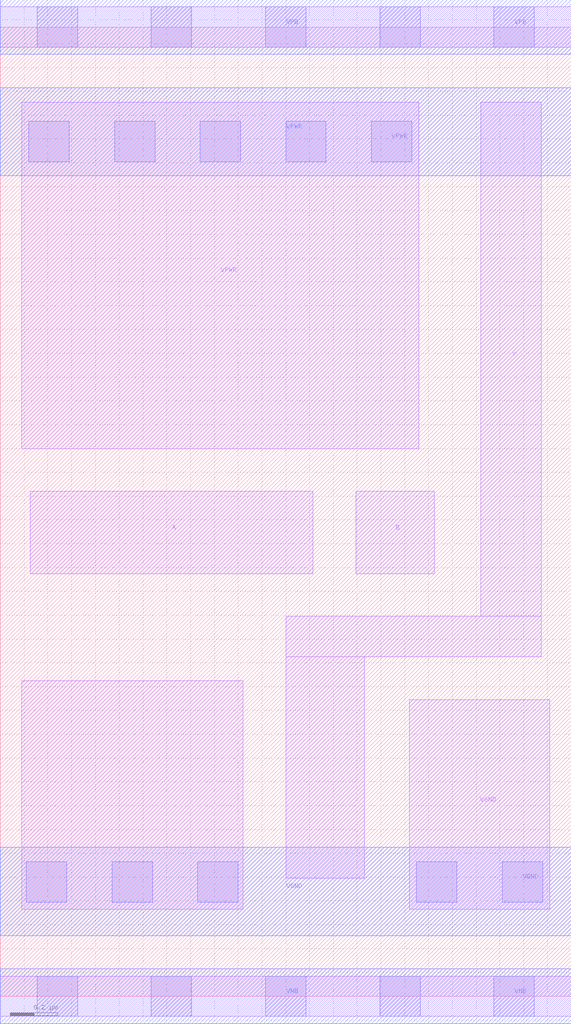
<source format=lef>
# Copyright 2020 The SkyWater PDK Authors
#
# Licensed under the Apache License, Version 2.0 (the "License");
# you may not use this file except in compliance with the License.
# You may obtain a copy of the License at
#
#     https://www.apache.org/licenses/LICENSE-2.0
#
# Unless required by applicable law or agreed to in writing, software
# distributed under the License is distributed on an "AS IS" BASIS,
# WITHOUT WARRANTIES OR CONDITIONS OF ANY KIND, either express or implied.
# See the License for the specific language governing permissions and
# limitations under the License.
#
# SPDX-License-Identifier: Apache-2.0

VERSION 5.7 ;
  NAMESCASESENSITIVE ON ;
  NOWIREEXTENSIONATPIN ON ;
  DIVIDERCHAR "/" ;
  BUSBITCHARS "[]" ;
UNITS
  DATABASE MICRONS 200 ;
END UNITS
MACRO sky130_fd_sc_hvl__nor2_1
  CLASS CORE ;
  SOURCE USER ;
  FOREIGN sky130_fd_sc_hvl__nor2_1 ;
  ORIGIN  0.000000  0.000000 ;
  SIZE  2.400000 BY  4.070000 ;
  SYMMETRY X Y ;
  SITE unithv ;
  PIN A
    ANTENNAGATEAREA  1.125000 ;
    DIRECTION INPUT ;
    USE SIGNAL ;
    PORT
      LAYER li1 ;
        RECT 0.125000 1.775000 1.315000 2.120000 ;
    END
  END A
  PIN B
    ANTENNAGATEAREA  1.125000 ;
    DIRECTION INPUT ;
    USE SIGNAL ;
    PORT
      LAYER li1 ;
        RECT 1.495000 1.775000 1.825000 2.120000 ;
    END
  END B
  PIN Y
    ANTENNADIFFAREA  0.637500 ;
    DIRECTION OUTPUT ;
    USE SIGNAL ;
    PORT
      LAYER li1 ;
        RECT 1.200000 0.495000 1.530000 1.425000 ;
        RECT 1.200000 1.425000 2.275000 1.595000 ;
        RECT 2.020000 1.595000 2.275000 3.755000 ;
    END
  END Y
  PIN VGND
    DIRECTION INOUT ;
    USE GROUND ;
    PORT
      LAYER li1 ;
        RECT 0.090000 0.365000 1.020000 1.325000 ;
        RECT 1.720000 0.365000 2.310000 1.245000 ;
      LAYER mcon ;
        RECT 0.110000 0.395000 0.280000 0.565000 ;
        RECT 0.470000 0.395000 0.640000 0.565000 ;
        RECT 0.830000 0.395000 1.000000 0.565000 ;
        RECT 1.750000 0.395000 1.920000 0.565000 ;
        RECT 2.110000 0.395000 2.280000 0.565000 ;
      LAYER met1 ;
        RECT 0.000000 0.255000 2.400000 0.625000 ;
    END
  END VGND
  PIN VNB
    DIRECTION INOUT ;
    USE GROUND ;
    PORT
      LAYER li1 ;
        RECT 0.000000 -0.085000 2.400000 0.085000 ;
      LAYER mcon ;
        RECT 0.155000 -0.085000 0.325000 0.085000 ;
        RECT 0.635000 -0.085000 0.805000 0.085000 ;
        RECT 1.115000 -0.085000 1.285000 0.085000 ;
        RECT 1.595000 -0.085000 1.765000 0.085000 ;
        RECT 2.075000 -0.085000 2.245000 0.085000 ;
      LAYER met1 ;
        RECT 0.000000 -0.115000 2.400000 0.115000 ;
    END
  END VNB
  PIN VPB
    DIRECTION INOUT ;
    USE POWER ;
    PORT
      LAYER li1 ;
        RECT 0.000000 3.985000 2.400000 4.155000 ;
      LAYER mcon ;
        RECT 0.155000 3.985000 0.325000 4.155000 ;
        RECT 0.635000 3.985000 0.805000 4.155000 ;
        RECT 1.115000 3.985000 1.285000 4.155000 ;
        RECT 1.595000 3.985000 1.765000 4.155000 ;
        RECT 2.075000 3.985000 2.245000 4.155000 ;
      LAYER met1 ;
        RECT 0.000000 3.955000 2.400000 4.185000 ;
    END
  END VPB
  PIN VPWR
    DIRECTION INOUT ;
    USE POWER ;
    PORT
      LAYER li1 ;
        RECT 0.090000 2.300000 1.760000 3.755000 ;
      LAYER mcon ;
        RECT 0.120000 3.505000 0.290000 3.675000 ;
        RECT 0.480000 3.505000 0.650000 3.675000 ;
        RECT 0.840000 3.505000 1.010000 3.675000 ;
        RECT 1.200000 3.505000 1.370000 3.675000 ;
        RECT 1.560000 3.505000 1.730000 3.675000 ;
      LAYER met1 ;
        RECT 0.000000 3.445000 2.400000 3.815000 ;
    END
  END VPWR
END sky130_fd_sc_hvl__nor2_1

</source>
